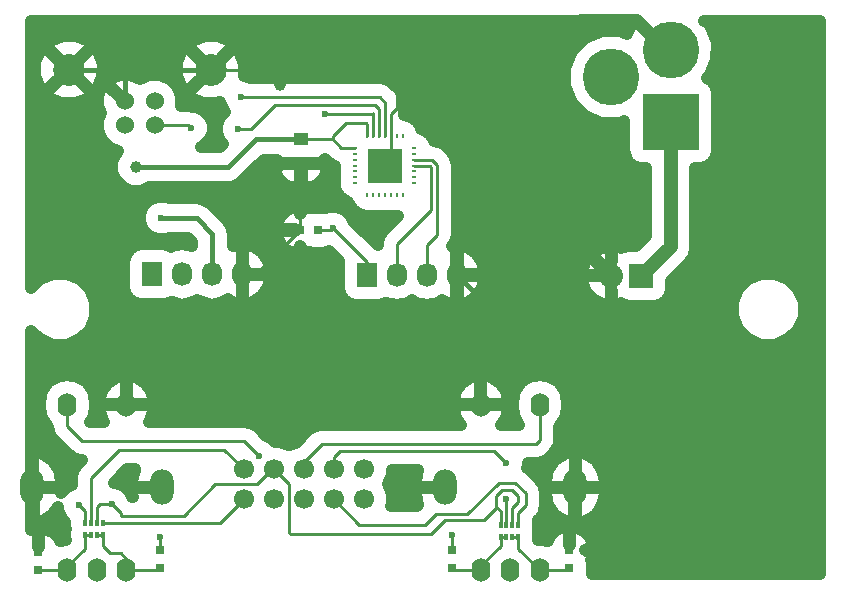
<source format=gbr>
G04 #@! TF.FileFunction,Copper,L1,Top,Signal*
%FSLAX46Y46*%
G04 Gerber Fmt 4.6, Leading zero omitted, Abs format (unit mm)*
G04 Created by KiCad (PCBNEW 4.0.6-e0-6349~53~ubuntu16.04.1) date Sat Jul 15 19:45:57 2017*
%MOMM*%
%LPD*%
G01*
G04 APERTURE LIST*
%ADD10C,0.100000*%
%ADD11O,2.000000X3.000000*%
%ADD12O,1.600000X2.000000*%
%ADD13R,1.250000X1.000000*%
%ADD14R,0.800000X0.750000*%
%ADD15R,0.750000X0.800000*%
%ADD16C,1.524000*%
%ADD17C,2.700020*%
%ADD18R,1.727200X2.032000*%
%ADD19O,1.727200X2.032000*%
%ADD20C,4.800600*%
%ADD21R,4.800600X4.800600*%
%ADD22R,2.032000X2.032000*%
%ADD23O,2.032000X2.032000*%
%ADD24R,0.320000X0.500000*%
%ADD25R,0.250000X0.450000*%
%ADD26R,0.450000X0.250000*%
%ADD27R,2.900000X2.900000*%
%ADD28C,1.700000*%
%ADD29C,1.000000*%
%ADD30C,0.600000*%
%ADD31C,0.400000*%
%ADD32C,0.250000*%
%ADD33C,1.200000*%
%ADD34C,1.000000*%
G04 APERTURE END LIST*
D10*
D11*
X97650000Y-91059000D03*
D12*
X94650000Y-84059000D03*
X94650000Y-98059000D03*
X92150000Y-98059000D03*
X89650000Y-84059000D03*
X89650000Y-98059000D03*
D11*
X86650000Y-91059000D03*
D13*
X74422000Y-61611000D03*
X74422000Y-63611000D03*
D14*
X75870500Y-69278500D03*
X74370500Y-69278500D03*
D15*
X52197000Y-98032000D03*
X52197000Y-96532000D03*
X62484000Y-97905000D03*
X62484000Y-96405000D03*
X87249000Y-97905000D03*
X87249000Y-96405000D03*
X97155000Y-97905000D03*
X97155000Y-96405000D03*
D16*
X62039500Y-60388500D03*
X59499500Y-60388500D03*
X59499500Y-58389520D03*
X62039500Y-58389520D03*
D17*
X66768980Y-55689500D03*
X54770020Y-55689500D03*
D18*
X61849000Y-73025000D03*
D19*
X64389000Y-73025000D03*
X66929000Y-73025000D03*
X69469000Y-73025000D03*
D18*
X80010000Y-73088500D03*
D19*
X82550000Y-73088500D03*
X85090000Y-73088500D03*
X87630000Y-73088500D03*
D20*
X105727500Y-54038500D03*
D21*
X105727500Y-60134500D03*
D20*
X100647500Y-56324500D03*
D22*
X103251000Y-73152000D03*
D23*
X100711000Y-73152000D03*
D24*
X57646000Y-94115000D03*
X56646000Y-94115000D03*
X57146000Y-94115000D03*
X56146000Y-94115000D03*
X57146000Y-95115000D03*
X57646000Y-95115000D03*
X56646000Y-95115000D03*
X56146000Y-95115000D03*
X92825000Y-94242000D03*
X91825000Y-94242000D03*
X92325000Y-94242000D03*
X91325000Y-94242000D03*
X92325000Y-95242000D03*
X92825000Y-95242000D03*
X91825000Y-95242000D03*
X91325000Y-95242000D03*
D25*
X83034000Y-61317500D03*
X82534000Y-61317500D03*
X82034000Y-61317500D03*
X81534000Y-61317500D03*
X81034000Y-61317500D03*
X80534000Y-61317500D03*
X80034000Y-61317500D03*
D26*
X79034000Y-62317500D03*
X79034000Y-62817500D03*
X79034000Y-63317500D03*
X79034000Y-63817500D03*
X79034000Y-64317500D03*
X79034000Y-64817500D03*
X79034000Y-65317500D03*
D25*
X80034000Y-66317500D03*
X80534000Y-66317500D03*
X81034000Y-66317500D03*
X81534000Y-66317500D03*
X82034000Y-66317500D03*
X82534000Y-66317500D03*
X83034000Y-66317500D03*
D26*
X84034000Y-65317500D03*
X84034000Y-64817500D03*
X84034000Y-64317500D03*
X84034000Y-63817500D03*
X84034000Y-63317500D03*
X84034000Y-62817500D03*
X84034000Y-62317500D03*
D27*
X81534000Y-63817500D03*
D11*
X62650000Y-91059000D03*
D12*
X59650000Y-84059000D03*
X59650000Y-98059000D03*
X57150000Y-98059000D03*
X54650000Y-84059000D03*
X54650000Y-98059000D03*
D11*
X51650000Y-91059000D03*
D28*
X69596000Y-89535000D03*
X69596000Y-92075000D03*
X72136000Y-89535000D03*
X72136000Y-92075000D03*
X74676000Y-89535000D03*
X74676000Y-92075000D03*
X77216000Y-89535000D03*
X77216000Y-92075000D03*
X79756000Y-89535000D03*
X79756000Y-92075000D03*
D29*
X60452000Y-63944500D03*
X72644000Y-56959500D03*
X72580500Y-63881000D03*
D30*
X87249000Y-95123000D03*
X62484000Y-95250000D03*
X77152500Y-69088000D03*
X76454000Y-59436000D03*
X58420000Y-92456000D03*
X55626000Y-92583000D03*
X70866000Y-88392000D03*
X91821000Y-89027000D03*
X91821000Y-92075000D03*
X65151000Y-60642500D03*
X69088000Y-60706000D03*
X62611000Y-68262500D03*
X69342000Y-58039000D03*
D31*
X74422000Y-61611000D02*
X70596000Y-61611000D01*
X60325000Y-63944500D02*
X60452000Y-63944500D01*
X68262500Y-63944500D02*
X60325000Y-63944500D01*
X70596000Y-61611000D02*
X68262500Y-63944500D01*
D32*
X80034000Y-61317500D02*
X80034000Y-60285500D01*
X77105000Y-61325000D02*
X77105000Y-61611000D01*
X78232000Y-60198000D02*
X77105000Y-61325000D01*
X79946500Y-60198000D02*
X78232000Y-60198000D01*
X80034000Y-60285500D02*
X79946500Y-60198000D01*
X79034000Y-62317500D02*
X77811500Y-62317500D01*
X77105000Y-61611000D02*
X74422000Y-61611000D01*
X77811500Y-62317500D02*
X77105000Y-61611000D01*
D31*
X89650000Y-84059000D02*
X89650000Y-75108500D01*
X89650000Y-75108500D02*
X87630000Y-73088500D01*
X59944000Y-55689500D02*
X54770020Y-55689500D01*
X59499500Y-58389520D02*
X59499500Y-56007000D01*
X59817000Y-55689500D02*
X59944000Y-55689500D01*
X59944000Y-55689500D02*
X66768980Y-55689500D01*
X59499500Y-56007000D02*
X59817000Y-55689500D01*
X86423500Y-55689500D02*
X94932500Y-55689500D01*
X94932500Y-55689500D02*
X95758000Y-56515000D01*
D33*
X105727500Y-54038500D02*
X105346500Y-54038500D01*
X105346500Y-54038500D02*
X102870000Y-51562000D01*
X95758000Y-53911500D02*
X95758000Y-56515000D01*
X98107500Y-51562000D02*
X95758000Y-53911500D01*
X102870000Y-51562000D02*
X98107500Y-51562000D01*
X95758000Y-56515000D02*
X95758000Y-68199000D01*
X95758000Y-68199000D02*
X100711000Y-73152000D01*
D31*
X74422000Y-63611000D02*
X72850500Y-63611000D01*
X72707500Y-56896000D02*
X72707500Y-55689500D01*
X72644000Y-56959500D02*
X72707500Y-56896000D01*
X72850500Y-63611000D02*
X72580500Y-63881000D01*
X87630000Y-73088500D02*
X87630000Y-56896000D01*
X87630000Y-56896000D02*
X86423500Y-55689500D01*
X86423500Y-55689500D02*
X81407000Y-55689500D01*
D32*
X82034000Y-61317500D02*
X82034000Y-59444000D01*
X81407000Y-55689500D02*
X72707500Y-55689500D01*
X72707500Y-55689500D02*
X66768980Y-55689500D01*
X82550000Y-56832500D02*
X81407000Y-55689500D01*
X82550000Y-58928000D02*
X82550000Y-56832500D01*
X82034000Y-59444000D02*
X82550000Y-58928000D01*
X82034000Y-61317500D02*
X82034000Y-63317500D01*
X82034000Y-63317500D02*
X81534000Y-63817500D01*
X69469000Y-73025000D02*
X70624000Y-73025000D01*
X70624000Y-73025000D02*
X74370500Y-69278500D01*
X74370500Y-69278500D02*
X74370500Y-63662500D01*
X74370500Y-63662500D02*
X74422000Y-63611000D01*
X87249000Y-96405000D02*
X87249000Y-95123000D01*
X97155000Y-96405000D02*
X97155000Y-91554000D01*
X97155000Y-91554000D02*
X97650000Y-91059000D01*
X52197000Y-96532000D02*
X52197000Y-91606000D01*
X52197000Y-91606000D02*
X51650000Y-91059000D01*
X62484000Y-96405000D02*
X62484000Y-95250000D01*
X75870500Y-69278500D02*
X76962000Y-69278500D01*
X76962000Y-69278500D02*
X77152500Y-69088000D01*
X80534000Y-61317500D02*
X80534000Y-59388500D01*
X80010000Y-71945500D02*
X80010000Y-73088500D01*
X77152500Y-69088000D02*
X80010000Y-71945500D01*
X80486500Y-59436000D02*
X76454000Y-59436000D01*
X80534000Y-59388500D02*
X80486500Y-59436000D01*
X52197000Y-98032000D02*
X54623000Y-98032000D01*
X54623000Y-98032000D02*
X54650000Y-98059000D01*
X56146000Y-95115000D02*
X56146000Y-96254000D01*
X56146000Y-96254000D02*
X54650000Y-97750000D01*
X54650000Y-97750000D02*
X54650000Y-98059000D01*
X56646000Y-95115000D02*
X56146000Y-95115000D01*
X59650000Y-98059000D02*
X62330000Y-98059000D01*
X62330000Y-98059000D02*
X62484000Y-97905000D01*
X57646000Y-95115000D02*
X57646000Y-96000000D01*
X59178000Y-96647000D02*
X59650000Y-97119000D01*
X58293000Y-96647000D02*
X59178000Y-96647000D01*
X57646000Y-96000000D02*
X58293000Y-96647000D01*
X59650000Y-97119000D02*
X59650000Y-98059000D01*
X57146000Y-95115000D02*
X57646000Y-95115000D01*
X59650000Y-98059000D02*
X59650000Y-97119000D01*
X89650000Y-98059000D02*
X87403000Y-98059000D01*
X87403000Y-98059000D02*
X87249000Y-97905000D01*
X91325000Y-95242000D02*
X91825000Y-95242000D01*
X89650000Y-98059000D02*
X89650000Y-97675000D01*
X89650000Y-97675000D02*
X91325000Y-96000000D01*
X91325000Y-96000000D02*
X91325000Y-95242000D01*
X94650000Y-98059000D02*
X97001000Y-98059000D01*
X97001000Y-98059000D02*
X97155000Y-97905000D01*
X94650000Y-98059000D02*
X94630000Y-98059000D01*
X94630000Y-98059000D02*
X92825000Y-96254000D01*
X92825000Y-96254000D02*
X92825000Y-95242000D01*
X92325000Y-95242000D02*
X92825000Y-95242000D01*
X72136000Y-89535000D02*
X73406000Y-90805000D01*
X90932000Y-92837000D02*
X90932000Y-92710000D01*
X89916000Y-93853000D02*
X90932000Y-92837000D01*
X86614000Y-93853000D02*
X89916000Y-93853000D01*
X85471000Y-94996000D02*
X86614000Y-93853000D01*
X73533000Y-94996000D02*
X85471000Y-94996000D01*
X73406000Y-94869000D02*
X73533000Y-94996000D01*
X73406000Y-90805000D02*
X73406000Y-94869000D01*
X92325000Y-94242000D02*
X92325000Y-92841000D01*
X92325000Y-92841000D02*
X92837000Y-92329000D01*
X92837000Y-92329000D02*
X92837000Y-91821000D01*
X92837000Y-91821000D02*
X92329000Y-91313000D01*
X92329000Y-91313000D02*
X91440000Y-91313000D01*
X91440000Y-91313000D02*
X90932000Y-91821000D01*
X90932000Y-91821000D02*
X90932000Y-92710000D01*
X91325000Y-93103000D02*
X91325000Y-94242000D01*
X90932000Y-92710000D02*
X91325000Y-93103000D01*
X91313000Y-94230000D02*
X91325000Y-94242000D01*
X57146000Y-94115000D02*
X57146000Y-92714000D01*
X57404000Y-92456000D02*
X58420000Y-92456000D01*
X57146000Y-92714000D02*
X57404000Y-92456000D01*
X56146000Y-94115000D02*
X56146000Y-93103000D01*
X64516000Y-93472000D02*
X59182000Y-93472000D01*
X67183000Y-90805000D02*
X64516000Y-93472000D01*
X70739000Y-90805000D02*
X67183000Y-90805000D01*
X70739000Y-90805000D02*
X72009000Y-89535000D01*
X59182000Y-93218000D02*
X59182000Y-93472000D01*
X58420000Y-92456000D02*
X59182000Y-93218000D01*
X56146000Y-93103000D02*
X55626000Y-92583000D01*
X72136000Y-89535000D02*
X72009000Y-89535000D01*
X56646000Y-94115000D02*
X56646000Y-90293000D01*
X67945000Y-87884000D02*
X69596000Y-89535000D01*
X59055000Y-87884000D02*
X67945000Y-87884000D01*
X56646000Y-90293000D02*
X59055000Y-87884000D01*
X54650000Y-84059000D02*
X54650000Y-85892000D01*
X69596000Y-87122000D02*
X70866000Y-88392000D01*
X55880000Y-87122000D02*
X69596000Y-87122000D01*
X54650000Y-85892000D02*
X55880000Y-87122000D01*
X94650000Y-84059000D02*
X94650000Y-87087000D01*
X76200000Y-87376000D02*
X74676000Y-88900000D01*
X94361000Y-87376000D02*
X76200000Y-87376000D01*
X94650000Y-87087000D02*
X94361000Y-87376000D01*
X74676000Y-88900000D02*
X74676000Y-89535000D01*
X91825000Y-94242000D02*
X91825000Y-92079000D01*
X77216000Y-88519000D02*
X77216000Y-89535000D01*
X77724000Y-88011000D02*
X77216000Y-88519000D01*
X90805000Y-88011000D02*
X77724000Y-88011000D01*
X91821000Y-89027000D02*
X90805000Y-88011000D01*
X91825000Y-92079000D02*
X91821000Y-92075000D01*
X81034000Y-61317500D02*
X81034000Y-58999500D01*
X64897000Y-60388500D02*
X62039500Y-60388500D01*
X65151000Y-60642500D02*
X64897000Y-60388500D01*
X70167500Y-60706000D02*
X69088000Y-60706000D01*
X72199500Y-58674000D02*
X70167500Y-60706000D01*
X80708500Y-58674000D02*
X72199500Y-58674000D01*
X81034000Y-58999500D02*
X80708500Y-58674000D01*
D31*
X66929000Y-73025000D02*
X66929000Y-69596000D01*
X65595500Y-68262500D02*
X62611000Y-68262500D01*
X66929000Y-69596000D02*
X65595500Y-68262500D01*
D32*
X81534000Y-61317500D02*
X81534000Y-58483500D01*
X81089500Y-58039000D02*
X69342000Y-58039000D01*
X81534000Y-58483500D02*
X81089500Y-58039000D01*
D33*
X105727500Y-60134500D02*
X105727500Y-70675500D01*
X105727500Y-70675500D02*
X103251000Y-73152000D01*
D32*
X57646000Y-94115000D02*
X67556000Y-94115000D01*
X67556000Y-94115000D02*
X69596000Y-92075000D01*
X92825000Y-94242000D02*
X92825000Y-93230000D01*
X79375000Y-94234000D02*
X77216000Y-92075000D01*
X84963000Y-94234000D02*
X79375000Y-94234000D01*
X85852000Y-93345000D02*
X84963000Y-94234000D01*
X88519000Y-93345000D02*
X85852000Y-93345000D01*
X91186000Y-90678000D02*
X88519000Y-93345000D01*
X92583000Y-90678000D02*
X91186000Y-90678000D01*
X93472000Y-91567000D02*
X92583000Y-90678000D01*
X93472000Y-92583000D02*
X93472000Y-91567000D01*
X92825000Y-93230000D02*
X93472000Y-92583000D01*
X84034000Y-63817500D02*
X85344000Y-63817500D01*
X82550000Y-70485000D02*
X82550000Y-73088500D01*
X85471000Y-67564000D02*
X82550000Y-70485000D01*
X85471000Y-63944500D02*
X85471000Y-67564000D01*
X85344000Y-63817500D02*
X85471000Y-63944500D01*
X84034000Y-63317500D02*
X85542500Y-63317500D01*
X85090000Y-70548500D02*
X85090000Y-73088500D01*
X85979000Y-69659500D02*
X85090000Y-70548500D01*
X85979000Y-63754000D02*
X85979000Y-69659500D01*
X85542500Y-63317500D02*
X85979000Y-63754000D01*
D34*
G36*
X102481138Y-51741684D02*
X102059407Y-52687593D01*
X101426721Y-52424879D01*
X99875086Y-52423525D01*
X98441044Y-53016059D01*
X97342915Y-54112273D01*
X96747879Y-55545279D01*
X96746525Y-57096914D01*
X97339059Y-58530956D01*
X98435273Y-59629085D01*
X99868279Y-60224121D01*
X101419914Y-60225475D01*
X101797814Y-60069330D01*
X101797814Y-62534800D01*
X101902407Y-63090667D01*
X102230924Y-63601196D01*
X102732183Y-63943692D01*
X103327200Y-64064186D01*
X103627500Y-64064186D01*
X103627500Y-69805652D01*
X102826538Y-70606614D01*
X102235000Y-70606614D01*
X101679133Y-70711207D01*
X101521007Y-70812959D01*
X101249613Y-70694326D01*
X101153896Y-70675289D01*
X100761000Y-71011584D01*
X100761000Y-71862496D01*
X100705614Y-72136000D01*
X100705614Y-74168000D01*
X100761000Y-74462353D01*
X100761000Y-75292416D01*
X101153896Y-75628711D01*
X101249613Y-75609674D01*
X101516939Y-75492819D01*
X101639983Y-75576892D01*
X102235000Y-75697386D01*
X104267000Y-75697386D01*
X104822867Y-75592793D01*
X105333396Y-75264276D01*
X105675892Y-74763017D01*
X105796386Y-74168000D01*
X105796386Y-73576462D01*
X107212424Y-72160424D01*
X107667647Y-71479135D01*
X107827500Y-70675500D01*
X107827500Y-64064186D01*
X108127800Y-64064186D01*
X108683667Y-63959593D01*
X109194196Y-63631076D01*
X109536692Y-63129817D01*
X109657186Y-62534800D01*
X109657186Y-57734200D01*
X109552593Y-57178333D01*
X109224076Y-56667804D01*
X108813287Y-56387123D01*
X108973862Y-56335316D01*
X109605701Y-54918153D01*
X109647119Y-53367070D01*
X109091811Y-51918206D01*
X108973862Y-51741684D01*
X108534717Y-51600000D01*
X118400000Y-51600000D01*
X118400000Y-98400000D01*
X99040148Y-98400000D01*
X99059386Y-98305000D01*
X99059386Y-97505000D01*
X98998241Y-97180041D01*
X99030000Y-97103369D01*
X99030000Y-96830000D01*
X98655000Y-96455000D01*
X98636827Y-96455000D01*
X98626276Y-96438604D01*
X98503918Y-96355000D01*
X98655000Y-96355000D01*
X99030000Y-95980000D01*
X99030000Y-95706631D01*
X98801638Y-95155318D01*
X98379681Y-94733361D01*
X97828368Y-94505000D01*
X97580000Y-94505000D01*
X97205000Y-94880000D01*
X97205000Y-95975614D01*
X97105000Y-95975614D01*
X97105000Y-94880000D01*
X96730000Y-94505000D01*
X96481632Y-94505000D01*
X95930319Y-94733361D01*
X95508362Y-95155318D01*
X95307283Y-95640764D01*
X94650000Y-95510022D01*
X94504891Y-95538886D01*
X94514386Y-95492000D01*
X94514386Y-94992000D01*
X94465618Y-94732821D01*
X94514386Y-94492000D01*
X94514386Y-93992000D01*
X94490111Y-93862987D01*
X94621046Y-93732051D01*
X94621049Y-93732049D01*
X94973304Y-93204861D01*
X95020011Y-92970049D01*
X95097001Y-92583000D01*
X95097000Y-92582995D01*
X95097000Y-91567005D01*
X95097001Y-91567000D01*
X95005899Y-91109000D01*
X95150000Y-91109000D01*
X95150000Y-91609000D01*
X95359435Y-92561903D01*
X95917588Y-93362123D01*
X96739485Y-93887834D01*
X97209608Y-94019905D01*
X97600000Y-93683412D01*
X97600000Y-91109000D01*
X97700000Y-91109000D01*
X97700000Y-93683412D01*
X98090392Y-94019905D01*
X98560515Y-93887834D01*
X99382412Y-93362123D01*
X99940565Y-92561903D01*
X100150000Y-91609000D01*
X100150000Y-91109000D01*
X97700000Y-91109000D01*
X97600000Y-91109000D01*
X95150000Y-91109000D01*
X95005899Y-91109000D01*
X94973304Y-90945140D01*
X94973304Y-90945139D01*
X94681886Y-90509000D01*
X95150000Y-90509000D01*
X95150000Y-91009000D01*
X97600000Y-91009000D01*
X97600000Y-88434588D01*
X97700000Y-88434588D01*
X97700000Y-91009000D01*
X100150000Y-91009000D01*
X100150000Y-90509000D01*
X99940565Y-89556097D01*
X99382412Y-88755877D01*
X98560515Y-88230166D01*
X98090392Y-88098095D01*
X97700000Y-88434588D01*
X97600000Y-88434588D01*
X97209608Y-88098095D01*
X96739485Y-88230166D01*
X95917588Y-88755877D01*
X95359435Y-89556097D01*
X95150000Y-90509000D01*
X94681886Y-90509000D01*
X94621049Y-90417951D01*
X94621046Y-90417949D01*
X93732049Y-89528951D01*
X93598607Y-89439788D01*
X93620687Y-89386613D01*
X93621024Y-89001000D01*
X94360995Y-89001000D01*
X94361000Y-89001001D01*
X94879687Y-88897827D01*
X94982861Y-88877304D01*
X95510049Y-88525049D01*
X95799046Y-88236051D01*
X95799049Y-88236049D01*
X96110359Y-87770140D01*
X96151305Y-87708860D01*
X96275001Y-87087000D01*
X96275000Y-87086995D01*
X96275000Y-85935223D01*
X96276346Y-85934324D01*
X96774923Y-85188150D01*
X96950000Y-84307978D01*
X96950000Y-83810022D01*
X96774923Y-82929850D01*
X96276346Y-82183676D01*
X95530172Y-81685099D01*
X94650000Y-81510022D01*
X93769828Y-81685099D01*
X93023654Y-82183676D01*
X92525077Y-82929850D01*
X92350000Y-83810022D01*
X92350000Y-84307978D01*
X92525077Y-85188150D01*
X92901161Y-85751000D01*
X91359796Y-85751000D01*
X91755789Y-85185366D01*
X91950000Y-84309000D01*
X91950000Y-84109000D01*
X89700000Y-84109000D01*
X89700000Y-84129000D01*
X89600000Y-84129000D01*
X89600000Y-84109000D01*
X87350000Y-84109000D01*
X87350000Y-84309000D01*
X87544211Y-85185366D01*
X87940204Y-85751000D01*
X76200000Y-85751000D01*
X75578139Y-85874696D01*
X75050951Y-86226951D01*
X75050949Y-86226954D01*
X74010716Y-87267186D01*
X73405084Y-87517428D01*
X72605495Y-87185409D01*
X72204529Y-87185059D01*
X71886949Y-86866924D01*
X71462970Y-86690872D01*
X70745049Y-85972951D01*
X70623897Y-85892000D01*
X70217861Y-85620696D01*
X70114687Y-85600173D01*
X69596000Y-85496999D01*
X69595995Y-85497000D01*
X61537618Y-85497000D01*
X61755789Y-85185366D01*
X61950000Y-84309000D01*
X61950000Y-84109000D01*
X59700000Y-84109000D01*
X59700000Y-84129000D01*
X59600000Y-84129000D01*
X59600000Y-84109000D01*
X57350000Y-84109000D01*
X57350000Y-84309000D01*
X57544211Y-85185366D01*
X57762382Y-85497000D01*
X56568556Y-85497000D01*
X56774923Y-85188150D01*
X56950000Y-84307978D01*
X56950000Y-83810022D01*
X56949797Y-83809000D01*
X57350000Y-83809000D01*
X57350000Y-84009000D01*
X59600000Y-84009000D01*
X59600000Y-81934649D01*
X59700000Y-81934649D01*
X59700000Y-84009000D01*
X61950000Y-84009000D01*
X61950000Y-83809000D01*
X87350000Y-83809000D01*
X87350000Y-84009000D01*
X89600000Y-84009000D01*
X89600000Y-81934649D01*
X89700000Y-81934649D01*
X89700000Y-84009000D01*
X91950000Y-84009000D01*
X91950000Y-83809000D01*
X91755789Y-82932634D01*
X91240990Y-82197299D01*
X90483978Y-81714943D01*
X90059099Y-81595676D01*
X89700000Y-81934649D01*
X89600000Y-81934649D01*
X89240901Y-81595676D01*
X88816022Y-81714943D01*
X88059010Y-82197299D01*
X87544211Y-82932634D01*
X87350000Y-83809000D01*
X61950000Y-83809000D01*
X61755789Y-82932634D01*
X61240990Y-82197299D01*
X60483978Y-81714943D01*
X60059099Y-81595676D01*
X59700000Y-81934649D01*
X59600000Y-81934649D01*
X59240901Y-81595676D01*
X58816022Y-81714943D01*
X58059010Y-82197299D01*
X57544211Y-82932634D01*
X57350000Y-83809000D01*
X56949797Y-83809000D01*
X56774923Y-82929850D01*
X56276346Y-82183676D01*
X55530172Y-81685099D01*
X54650000Y-81510022D01*
X53769828Y-81685099D01*
X53023654Y-82183676D01*
X52525077Y-82929850D01*
X52350000Y-83810022D01*
X52350000Y-84307978D01*
X52525077Y-85188150D01*
X53023654Y-85934324D01*
X53034914Y-85941848D01*
X53098001Y-86259000D01*
X53148696Y-86513861D01*
X53383416Y-86865145D01*
X53500951Y-87041049D01*
X54730949Y-88271046D01*
X54730951Y-88271049D01*
X54931633Y-88405140D01*
X55258140Y-88623305D01*
X55880000Y-88747001D01*
X55880005Y-88747000D01*
X55893902Y-88747000D01*
X55496951Y-89143951D01*
X55144696Y-89671139D01*
X55144696Y-89671140D01*
X55020999Y-90293000D01*
X55021000Y-90293005D01*
X55021000Y-90885378D01*
X54607714Y-91056145D01*
X54150000Y-91513061D01*
X54150000Y-91109000D01*
X51700000Y-91109000D01*
X51700000Y-93683412D01*
X52090392Y-94019905D01*
X52560515Y-93887834D01*
X53382412Y-93362123D01*
X53825874Y-92726335D01*
X53825688Y-92939471D01*
X54099145Y-93601286D01*
X54456614Y-93959380D01*
X54456614Y-94365000D01*
X54505382Y-94624179D01*
X54456614Y-94865000D01*
X54456614Y-95365000D01*
X54489894Y-95541869D01*
X53992158Y-95640875D01*
X53843638Y-95282318D01*
X53421681Y-94860361D01*
X52870368Y-94632000D01*
X52622000Y-94632000D01*
X52247000Y-95007000D01*
X52247000Y-96102614D01*
X52147000Y-96102614D01*
X52147000Y-95007000D01*
X51772000Y-94632000D01*
X51600000Y-94632000D01*
X51600000Y-88434588D01*
X51700000Y-88434588D01*
X51700000Y-91009000D01*
X54150000Y-91009000D01*
X54150000Y-90509000D01*
X53940565Y-89556097D01*
X53382412Y-88755877D01*
X52560515Y-88230166D01*
X52090392Y-88098095D01*
X51700000Y-88434588D01*
X51600000Y-88434588D01*
X51600000Y-77842155D01*
X52298418Y-78541793D01*
X53400645Y-78999478D01*
X54594119Y-79000519D01*
X55697143Y-78544759D01*
X56541793Y-77701582D01*
X56999478Y-76599355D01*
X56999482Y-76594119D01*
X110999481Y-76594119D01*
X111455241Y-77697143D01*
X112298418Y-78541793D01*
X113400645Y-78999478D01*
X114594119Y-79000519D01*
X115697143Y-78544759D01*
X116541793Y-77701582D01*
X116999478Y-76599355D01*
X117000519Y-75405881D01*
X116544759Y-74302857D01*
X115701582Y-73458207D01*
X114599355Y-73000522D01*
X113405881Y-72999481D01*
X112302857Y-73455241D01*
X111458207Y-74298418D01*
X111000522Y-75400645D01*
X110999481Y-76594119D01*
X56999482Y-76594119D01*
X57000519Y-75405881D01*
X56544759Y-74302857D01*
X55701582Y-73458207D01*
X54599355Y-73000522D01*
X53405881Y-72999481D01*
X52302857Y-73455241D01*
X51600000Y-74156872D01*
X51600000Y-72009000D01*
X59456014Y-72009000D01*
X59456014Y-74041000D01*
X59560607Y-74596867D01*
X59889124Y-75107396D01*
X60390383Y-75449892D01*
X60985400Y-75570386D01*
X62712600Y-75570386D01*
X63268467Y-75465793D01*
X63420763Y-75367793D01*
X63484489Y-75410373D01*
X64389000Y-75590291D01*
X65293511Y-75410373D01*
X65659000Y-75166161D01*
X66024489Y-75410373D01*
X66929000Y-75590291D01*
X67833511Y-75410373D01*
X68236209Y-75141299D01*
X68610684Y-75380216D01*
X69049950Y-75503556D01*
X69419000Y-75165371D01*
X69419000Y-73075000D01*
X69519000Y-73075000D01*
X69519000Y-75165371D01*
X69888050Y-75503556D01*
X70327316Y-75380216D01*
X71104962Y-74884073D01*
X71633547Y-74128105D01*
X71832600Y-73227400D01*
X71832600Y-73075000D01*
X69519000Y-73075000D01*
X69419000Y-73075000D01*
X69399000Y-73075000D01*
X69399000Y-72975000D01*
X69419000Y-72975000D01*
X69419000Y-70884629D01*
X69519000Y-70884629D01*
X69519000Y-72975000D01*
X71832600Y-72975000D01*
X71832600Y-72822600D01*
X71633547Y-71921895D01*
X71104962Y-71165927D01*
X70327316Y-70669784D01*
X69888050Y-70546444D01*
X69519000Y-70884629D01*
X69419000Y-70884629D01*
X69049950Y-70546444D01*
X68629000Y-70664641D01*
X68629000Y-69596005D01*
X68629001Y-69596000D01*
X68499595Y-68945439D01*
X68499595Y-68945438D01*
X68131082Y-68393918D01*
X68131079Y-68393916D01*
X66797582Y-67060418D01*
X66246062Y-66691905D01*
X65595500Y-66562499D01*
X65595495Y-66562500D01*
X63210686Y-66562500D01*
X62970613Y-66462813D01*
X62254529Y-66462188D01*
X61592714Y-66735645D01*
X61085924Y-67241551D01*
X60811313Y-67902887D01*
X60810688Y-68618971D01*
X61084145Y-69280786D01*
X61590051Y-69787576D01*
X62251387Y-70062187D01*
X62967471Y-70062812D01*
X63210244Y-69962500D01*
X64891336Y-69962500D01*
X65229000Y-70300163D01*
X65229000Y-70626795D01*
X64389000Y-70459709D01*
X63484489Y-70639627D01*
X63424307Y-70679839D01*
X63307617Y-70600108D01*
X62712600Y-70479614D01*
X60985400Y-70479614D01*
X60429533Y-70584207D01*
X59919004Y-70912724D01*
X59576508Y-71413983D01*
X59456014Y-72009000D01*
X51600000Y-72009000D01*
X51600000Y-58799607D01*
X57229938Y-58799607D01*
X57463599Y-59393027D01*
X57237894Y-59936586D01*
X57237108Y-60836466D01*
X57580752Y-61668146D01*
X58216507Y-62305012D01*
X58955896Y-62612033D01*
X58757471Y-62810112D01*
X58452348Y-63544930D01*
X58451654Y-64340579D01*
X58755494Y-65075929D01*
X59317612Y-65639029D01*
X60052430Y-65944152D01*
X60848079Y-65944846D01*
X61574973Y-65644500D01*
X68262495Y-65644500D01*
X68262500Y-65644501D01*
X68913062Y-65515095D01*
X69464582Y-65146582D01*
X70575163Y-64036000D01*
X72297000Y-64036000D01*
X72297000Y-64409369D01*
X72525362Y-64960682D01*
X72947319Y-65382639D01*
X73498632Y-65611000D01*
X73997000Y-65611000D01*
X74372000Y-65236000D01*
X74372000Y-63661000D01*
X74472000Y-63661000D01*
X74472000Y-65236000D01*
X74847000Y-65611000D01*
X75345368Y-65611000D01*
X75896681Y-65382639D01*
X76318638Y-64960682D01*
X76547000Y-64409369D01*
X76547000Y-64036000D01*
X76172000Y-63661000D01*
X74472000Y-63661000D01*
X74372000Y-63661000D01*
X72672000Y-63661000D01*
X72297000Y-64036000D01*
X70575163Y-64036000D01*
X71300163Y-63311000D01*
X72422000Y-63311000D01*
X72672000Y-63561000D01*
X73404980Y-63561000D01*
X73797000Y-63640386D01*
X75047000Y-63640386D01*
X75468903Y-63561000D01*
X76172000Y-63561000D01*
X76464451Y-63268549D01*
X76662449Y-63466546D01*
X76662451Y-63466549D01*
X77189639Y-63818804D01*
X77279614Y-63836701D01*
X77279614Y-63942500D01*
X77303998Y-64072089D01*
X77279614Y-64192500D01*
X77279614Y-64442500D01*
X77303998Y-64572089D01*
X77279614Y-64692500D01*
X77279614Y-64942500D01*
X77303998Y-65072089D01*
X77279614Y-65192500D01*
X77279614Y-65442500D01*
X77384207Y-65998367D01*
X77712724Y-66508896D01*
X78213983Y-66851392D01*
X78446599Y-66898498D01*
X78484207Y-67098367D01*
X78812724Y-67608896D01*
X79313983Y-67951392D01*
X79909000Y-68071886D01*
X80159000Y-68071886D01*
X80288589Y-68047502D01*
X80409000Y-68071886D01*
X80659000Y-68071886D01*
X80788589Y-68047502D01*
X80909000Y-68071886D01*
X81159000Y-68071886D01*
X81288589Y-68047502D01*
X81409000Y-68071886D01*
X81659000Y-68071886D01*
X81788589Y-68047502D01*
X81909000Y-68071886D01*
X82159000Y-68071886D01*
X82288589Y-68047502D01*
X82409000Y-68071886D01*
X82659000Y-68071886D01*
X82666411Y-68070492D01*
X81400951Y-69335951D01*
X81048696Y-69863139D01*
X81048696Y-69863140D01*
X80924999Y-70485000D01*
X80925000Y-70485005D01*
X80925000Y-70553523D01*
X80913865Y-70551268D01*
X78853307Y-68490709D01*
X78679355Y-68069714D01*
X78173449Y-67562924D01*
X77512113Y-67288313D01*
X76796029Y-67287688D01*
X76482810Y-67417108D01*
X76270500Y-67374114D01*
X75470500Y-67374114D01*
X75145541Y-67435259D01*
X75068869Y-67403500D01*
X74795500Y-67403500D01*
X74420500Y-67778500D01*
X74420500Y-67796673D01*
X74404104Y-67807224D01*
X74320500Y-67929582D01*
X74320500Y-67778500D01*
X73945500Y-67403500D01*
X73672131Y-67403500D01*
X73120818Y-67631862D01*
X72698861Y-68053819D01*
X72470500Y-68605132D01*
X72470500Y-68853500D01*
X72845500Y-69228500D01*
X73941114Y-69228500D01*
X73941114Y-69328500D01*
X72845500Y-69328500D01*
X72470500Y-69703500D01*
X72470500Y-69951868D01*
X72698861Y-70503181D01*
X73120818Y-70925138D01*
X73672131Y-71153500D01*
X73945500Y-71153500D01*
X74320500Y-70778500D01*
X74320500Y-70636407D01*
X74374224Y-70719896D01*
X74420500Y-70751515D01*
X74420500Y-70778500D01*
X74795500Y-71153500D01*
X75068869Y-71153500D01*
X75153099Y-71118611D01*
X75470500Y-71182886D01*
X76270500Y-71182886D01*
X76826367Y-71078293D01*
X76837519Y-71071117D01*
X77654381Y-71887978D01*
X77617014Y-72072500D01*
X77617014Y-74104500D01*
X77721607Y-74660367D01*
X78050124Y-75170896D01*
X78551383Y-75513392D01*
X79146400Y-75633886D01*
X80873600Y-75633886D01*
X81429467Y-75529293D01*
X81581763Y-75431293D01*
X81645489Y-75473873D01*
X82550000Y-75653791D01*
X83454511Y-75473873D01*
X83820000Y-75229661D01*
X84185489Y-75473873D01*
X85090000Y-75653791D01*
X85994511Y-75473873D01*
X86397209Y-75204799D01*
X86771684Y-75443716D01*
X87210950Y-75567056D01*
X87580000Y-75228871D01*
X87580000Y-73138500D01*
X87680000Y-73138500D01*
X87680000Y-75228871D01*
X88049050Y-75567056D01*
X88488316Y-75443716D01*
X89265962Y-74947573D01*
X89794547Y-74191605D01*
X89926417Y-73594896D01*
X98234287Y-73594896D01*
X98592305Y-74508980D01*
X99272875Y-75216476D01*
X100172387Y-75609674D01*
X100268104Y-75628711D01*
X100661000Y-75292416D01*
X100661000Y-73202000D01*
X98570495Y-73202000D01*
X98234287Y-73594896D01*
X89926417Y-73594896D01*
X89993600Y-73290900D01*
X89993600Y-73138500D01*
X87680000Y-73138500D01*
X87580000Y-73138500D01*
X87560000Y-73138500D01*
X87560000Y-73038500D01*
X87580000Y-73038500D01*
X87580000Y-70948129D01*
X87680000Y-70948129D01*
X87680000Y-73038500D01*
X89993600Y-73038500D01*
X89993600Y-72886100D01*
X89954485Y-72709104D01*
X98234287Y-72709104D01*
X98570495Y-73102000D01*
X100661000Y-73102000D01*
X100661000Y-71011584D01*
X100268104Y-70675289D01*
X100172387Y-70694326D01*
X99272875Y-71087524D01*
X98592305Y-71795020D01*
X98234287Y-72709104D01*
X89954485Y-72709104D01*
X89794547Y-71985395D01*
X89265962Y-71229427D01*
X88488316Y-70733284D01*
X88049050Y-70609944D01*
X87680000Y-70948129D01*
X87580000Y-70948129D01*
X87241839Y-70638250D01*
X87480304Y-70281361D01*
X87523776Y-70062812D01*
X87604001Y-69659500D01*
X87604000Y-69659495D01*
X87604000Y-63754005D01*
X87604001Y-63754000D01*
X87492935Y-63195639D01*
X87480304Y-63132139D01*
X87128049Y-62604951D01*
X87128046Y-62604949D01*
X86691549Y-62168451D01*
X86605567Y-62111000D01*
X86164361Y-61816196D01*
X86016603Y-61786805D01*
X85700208Y-61723869D01*
X85683793Y-61636633D01*
X85355276Y-61126104D01*
X84854017Y-60783608D01*
X84621401Y-60736502D01*
X84583793Y-60536633D01*
X84255276Y-60026104D01*
X83754017Y-59683608D01*
X83159000Y-59563114D01*
X83159000Y-58483505D01*
X83159001Y-58483500D01*
X83049836Y-57934696D01*
X83035304Y-57861639D01*
X82683049Y-57334451D01*
X82683046Y-57334449D01*
X82238549Y-56889951D01*
X82191479Y-56858500D01*
X81711361Y-56537696D01*
X81582908Y-56512145D01*
X81089500Y-56413999D01*
X81089495Y-56414000D01*
X70122306Y-56414000D01*
X69701613Y-56239313D01*
X69607554Y-56239231D01*
X69630803Y-55185609D01*
X69220129Y-54128794D01*
X69148899Y-54022190D01*
X68593564Y-53935627D01*
X66839691Y-55689500D01*
X66853833Y-55703642D01*
X66783122Y-55774353D01*
X66768980Y-55760211D01*
X65015107Y-57514084D01*
X65101670Y-58069419D01*
X66139342Y-58526311D01*
X67272871Y-58551323D01*
X67559985Y-58439752D01*
X67815145Y-59057286D01*
X68003137Y-59245606D01*
X67562924Y-59685051D01*
X67288313Y-60346387D01*
X67287688Y-61062471D01*
X67561145Y-61724286D01*
X67819622Y-61983214D01*
X67558336Y-62244500D01*
X65987422Y-62244500D01*
X66169286Y-62169355D01*
X66676076Y-61663449D01*
X66950687Y-61002113D01*
X66951312Y-60286029D01*
X66677855Y-59624214D01*
X66171949Y-59117424D01*
X65510613Y-58842813D01*
X65294787Y-58842625D01*
X64897000Y-58763499D01*
X64896995Y-58763500D01*
X64301174Y-58763500D01*
X64301892Y-57941554D01*
X63958248Y-57109874D01*
X63322493Y-56473008D01*
X62649101Y-56193391D01*
X63907157Y-56193391D01*
X64317831Y-57250206D01*
X64389061Y-57356810D01*
X64944396Y-57443373D01*
X66698269Y-55689500D01*
X64944396Y-53935627D01*
X64389061Y-54022190D01*
X63932169Y-55059862D01*
X63907157Y-56193391D01*
X62649101Y-56193391D01*
X62491414Y-56127914D01*
X61591534Y-56127128D01*
X60759854Y-56470772D01*
X60759683Y-56470943D01*
X59989153Y-56135784D01*
X59089413Y-56119958D01*
X58252105Y-56449651D01*
X58184652Y-56494721D01*
X58169667Y-56988976D01*
X59307022Y-58126331D01*
X59165477Y-58126208D01*
X58098956Y-57059687D01*
X57604701Y-57074672D01*
X57245764Y-57899867D01*
X57229938Y-58799607D01*
X51600000Y-58799607D01*
X51600000Y-57514084D01*
X53016147Y-57514084D01*
X53102710Y-58069419D01*
X54140382Y-58526311D01*
X55273911Y-58551323D01*
X56330726Y-58140649D01*
X56437330Y-58069419D01*
X56523893Y-57514084D01*
X54770020Y-55760211D01*
X53016147Y-57514084D01*
X51600000Y-57514084D01*
X51600000Y-56193391D01*
X51908197Y-56193391D01*
X52318871Y-57250206D01*
X52390101Y-57356810D01*
X52945436Y-57443373D01*
X54699309Y-55689500D01*
X54840731Y-55689500D01*
X56594604Y-57443373D01*
X57149939Y-57356810D01*
X57606831Y-56319138D01*
X57631843Y-55185609D01*
X57221169Y-54128794D01*
X57149939Y-54022190D01*
X56594604Y-53935627D01*
X54840731Y-55689500D01*
X54699309Y-55689500D01*
X52945436Y-53935627D01*
X52390101Y-54022190D01*
X51933209Y-55059862D01*
X51908197Y-56193391D01*
X51600000Y-56193391D01*
X51600000Y-53864916D01*
X53016147Y-53864916D01*
X54770020Y-55618789D01*
X56523893Y-53864916D01*
X65015107Y-53864916D01*
X66768980Y-55618789D01*
X68522853Y-53864916D01*
X68436290Y-53309581D01*
X67398618Y-52852689D01*
X66265089Y-52827677D01*
X65208274Y-53238351D01*
X65101670Y-53309581D01*
X65015107Y-53864916D01*
X56523893Y-53864916D01*
X56437330Y-53309581D01*
X55399658Y-52852689D01*
X54266129Y-52827677D01*
X53209314Y-53238351D01*
X53102710Y-53309581D01*
X53016147Y-53864916D01*
X51600000Y-53864916D01*
X51600000Y-51600000D01*
X102920283Y-51600000D01*
X102481138Y-51741684D01*
X102481138Y-51741684D01*
G37*
X102481138Y-51741684D02*
X102059407Y-52687593D01*
X101426721Y-52424879D01*
X99875086Y-52423525D01*
X98441044Y-53016059D01*
X97342915Y-54112273D01*
X96747879Y-55545279D01*
X96746525Y-57096914D01*
X97339059Y-58530956D01*
X98435273Y-59629085D01*
X99868279Y-60224121D01*
X101419914Y-60225475D01*
X101797814Y-60069330D01*
X101797814Y-62534800D01*
X101902407Y-63090667D01*
X102230924Y-63601196D01*
X102732183Y-63943692D01*
X103327200Y-64064186D01*
X103627500Y-64064186D01*
X103627500Y-69805652D01*
X102826538Y-70606614D01*
X102235000Y-70606614D01*
X101679133Y-70711207D01*
X101521007Y-70812959D01*
X101249613Y-70694326D01*
X101153896Y-70675289D01*
X100761000Y-71011584D01*
X100761000Y-71862496D01*
X100705614Y-72136000D01*
X100705614Y-74168000D01*
X100761000Y-74462353D01*
X100761000Y-75292416D01*
X101153896Y-75628711D01*
X101249613Y-75609674D01*
X101516939Y-75492819D01*
X101639983Y-75576892D01*
X102235000Y-75697386D01*
X104267000Y-75697386D01*
X104822867Y-75592793D01*
X105333396Y-75264276D01*
X105675892Y-74763017D01*
X105796386Y-74168000D01*
X105796386Y-73576462D01*
X107212424Y-72160424D01*
X107667647Y-71479135D01*
X107827500Y-70675500D01*
X107827500Y-64064186D01*
X108127800Y-64064186D01*
X108683667Y-63959593D01*
X109194196Y-63631076D01*
X109536692Y-63129817D01*
X109657186Y-62534800D01*
X109657186Y-57734200D01*
X109552593Y-57178333D01*
X109224076Y-56667804D01*
X108813287Y-56387123D01*
X108973862Y-56335316D01*
X109605701Y-54918153D01*
X109647119Y-53367070D01*
X109091811Y-51918206D01*
X108973862Y-51741684D01*
X108534717Y-51600000D01*
X118400000Y-51600000D01*
X118400000Y-98400000D01*
X99040148Y-98400000D01*
X99059386Y-98305000D01*
X99059386Y-97505000D01*
X98998241Y-97180041D01*
X99030000Y-97103369D01*
X99030000Y-96830000D01*
X98655000Y-96455000D01*
X98636827Y-96455000D01*
X98626276Y-96438604D01*
X98503918Y-96355000D01*
X98655000Y-96355000D01*
X99030000Y-95980000D01*
X99030000Y-95706631D01*
X98801638Y-95155318D01*
X98379681Y-94733361D01*
X97828368Y-94505000D01*
X97580000Y-94505000D01*
X97205000Y-94880000D01*
X97205000Y-95975614D01*
X97105000Y-95975614D01*
X97105000Y-94880000D01*
X96730000Y-94505000D01*
X96481632Y-94505000D01*
X95930319Y-94733361D01*
X95508362Y-95155318D01*
X95307283Y-95640764D01*
X94650000Y-95510022D01*
X94504891Y-95538886D01*
X94514386Y-95492000D01*
X94514386Y-94992000D01*
X94465618Y-94732821D01*
X94514386Y-94492000D01*
X94514386Y-93992000D01*
X94490111Y-93862987D01*
X94621046Y-93732051D01*
X94621049Y-93732049D01*
X94973304Y-93204861D01*
X95020011Y-92970049D01*
X95097001Y-92583000D01*
X95097000Y-92582995D01*
X95097000Y-91567005D01*
X95097001Y-91567000D01*
X95005899Y-91109000D01*
X95150000Y-91109000D01*
X95150000Y-91609000D01*
X95359435Y-92561903D01*
X95917588Y-93362123D01*
X96739485Y-93887834D01*
X97209608Y-94019905D01*
X97600000Y-93683412D01*
X97600000Y-91109000D01*
X97700000Y-91109000D01*
X97700000Y-93683412D01*
X98090392Y-94019905D01*
X98560515Y-93887834D01*
X99382412Y-93362123D01*
X99940565Y-92561903D01*
X100150000Y-91609000D01*
X100150000Y-91109000D01*
X97700000Y-91109000D01*
X97600000Y-91109000D01*
X95150000Y-91109000D01*
X95005899Y-91109000D01*
X94973304Y-90945140D01*
X94973304Y-90945139D01*
X94681886Y-90509000D01*
X95150000Y-90509000D01*
X95150000Y-91009000D01*
X97600000Y-91009000D01*
X97600000Y-88434588D01*
X97700000Y-88434588D01*
X97700000Y-91009000D01*
X100150000Y-91009000D01*
X100150000Y-90509000D01*
X99940565Y-89556097D01*
X99382412Y-88755877D01*
X98560515Y-88230166D01*
X98090392Y-88098095D01*
X97700000Y-88434588D01*
X97600000Y-88434588D01*
X97209608Y-88098095D01*
X96739485Y-88230166D01*
X95917588Y-88755877D01*
X95359435Y-89556097D01*
X95150000Y-90509000D01*
X94681886Y-90509000D01*
X94621049Y-90417951D01*
X94621046Y-90417949D01*
X93732049Y-89528951D01*
X93598607Y-89439788D01*
X93620687Y-89386613D01*
X93621024Y-89001000D01*
X94360995Y-89001000D01*
X94361000Y-89001001D01*
X94879687Y-88897827D01*
X94982861Y-88877304D01*
X95510049Y-88525049D01*
X95799046Y-88236051D01*
X95799049Y-88236049D01*
X96110359Y-87770140D01*
X96151305Y-87708860D01*
X96275001Y-87087000D01*
X96275000Y-87086995D01*
X96275000Y-85935223D01*
X96276346Y-85934324D01*
X96774923Y-85188150D01*
X96950000Y-84307978D01*
X96950000Y-83810022D01*
X96774923Y-82929850D01*
X96276346Y-82183676D01*
X95530172Y-81685099D01*
X94650000Y-81510022D01*
X93769828Y-81685099D01*
X93023654Y-82183676D01*
X92525077Y-82929850D01*
X92350000Y-83810022D01*
X92350000Y-84307978D01*
X92525077Y-85188150D01*
X92901161Y-85751000D01*
X91359796Y-85751000D01*
X91755789Y-85185366D01*
X91950000Y-84309000D01*
X91950000Y-84109000D01*
X89700000Y-84109000D01*
X89700000Y-84129000D01*
X89600000Y-84129000D01*
X89600000Y-84109000D01*
X87350000Y-84109000D01*
X87350000Y-84309000D01*
X87544211Y-85185366D01*
X87940204Y-85751000D01*
X76200000Y-85751000D01*
X75578139Y-85874696D01*
X75050951Y-86226951D01*
X75050949Y-86226954D01*
X74010716Y-87267186D01*
X73405084Y-87517428D01*
X72605495Y-87185409D01*
X72204529Y-87185059D01*
X71886949Y-86866924D01*
X71462970Y-86690872D01*
X70745049Y-85972951D01*
X70623897Y-85892000D01*
X70217861Y-85620696D01*
X70114687Y-85600173D01*
X69596000Y-85496999D01*
X69595995Y-85497000D01*
X61537618Y-85497000D01*
X61755789Y-85185366D01*
X61950000Y-84309000D01*
X61950000Y-84109000D01*
X59700000Y-84109000D01*
X59700000Y-84129000D01*
X59600000Y-84129000D01*
X59600000Y-84109000D01*
X57350000Y-84109000D01*
X57350000Y-84309000D01*
X57544211Y-85185366D01*
X57762382Y-85497000D01*
X56568556Y-85497000D01*
X56774923Y-85188150D01*
X56950000Y-84307978D01*
X56950000Y-83810022D01*
X56949797Y-83809000D01*
X57350000Y-83809000D01*
X57350000Y-84009000D01*
X59600000Y-84009000D01*
X59600000Y-81934649D01*
X59700000Y-81934649D01*
X59700000Y-84009000D01*
X61950000Y-84009000D01*
X61950000Y-83809000D01*
X87350000Y-83809000D01*
X87350000Y-84009000D01*
X89600000Y-84009000D01*
X89600000Y-81934649D01*
X89700000Y-81934649D01*
X89700000Y-84009000D01*
X91950000Y-84009000D01*
X91950000Y-83809000D01*
X91755789Y-82932634D01*
X91240990Y-82197299D01*
X90483978Y-81714943D01*
X90059099Y-81595676D01*
X89700000Y-81934649D01*
X89600000Y-81934649D01*
X89240901Y-81595676D01*
X88816022Y-81714943D01*
X88059010Y-82197299D01*
X87544211Y-82932634D01*
X87350000Y-83809000D01*
X61950000Y-83809000D01*
X61755789Y-82932634D01*
X61240990Y-82197299D01*
X60483978Y-81714943D01*
X60059099Y-81595676D01*
X59700000Y-81934649D01*
X59600000Y-81934649D01*
X59240901Y-81595676D01*
X58816022Y-81714943D01*
X58059010Y-82197299D01*
X57544211Y-82932634D01*
X57350000Y-83809000D01*
X56949797Y-83809000D01*
X56774923Y-82929850D01*
X56276346Y-82183676D01*
X55530172Y-81685099D01*
X54650000Y-81510022D01*
X53769828Y-81685099D01*
X53023654Y-82183676D01*
X52525077Y-82929850D01*
X52350000Y-83810022D01*
X52350000Y-84307978D01*
X52525077Y-85188150D01*
X53023654Y-85934324D01*
X53034914Y-85941848D01*
X53098001Y-86259000D01*
X53148696Y-86513861D01*
X53383416Y-86865145D01*
X53500951Y-87041049D01*
X54730949Y-88271046D01*
X54730951Y-88271049D01*
X54931633Y-88405140D01*
X55258140Y-88623305D01*
X55880000Y-88747001D01*
X55880005Y-88747000D01*
X55893902Y-88747000D01*
X55496951Y-89143951D01*
X55144696Y-89671139D01*
X55144696Y-89671140D01*
X55020999Y-90293000D01*
X55021000Y-90293005D01*
X55021000Y-90885378D01*
X54607714Y-91056145D01*
X54150000Y-91513061D01*
X54150000Y-91109000D01*
X51700000Y-91109000D01*
X51700000Y-93683412D01*
X52090392Y-94019905D01*
X52560515Y-93887834D01*
X53382412Y-93362123D01*
X53825874Y-92726335D01*
X53825688Y-92939471D01*
X54099145Y-93601286D01*
X54456614Y-93959380D01*
X54456614Y-94365000D01*
X54505382Y-94624179D01*
X54456614Y-94865000D01*
X54456614Y-95365000D01*
X54489894Y-95541869D01*
X53992158Y-95640875D01*
X53843638Y-95282318D01*
X53421681Y-94860361D01*
X52870368Y-94632000D01*
X52622000Y-94632000D01*
X52247000Y-95007000D01*
X52247000Y-96102614D01*
X52147000Y-96102614D01*
X52147000Y-95007000D01*
X51772000Y-94632000D01*
X51600000Y-94632000D01*
X51600000Y-88434588D01*
X51700000Y-88434588D01*
X51700000Y-91009000D01*
X54150000Y-91009000D01*
X54150000Y-90509000D01*
X53940565Y-89556097D01*
X53382412Y-88755877D01*
X52560515Y-88230166D01*
X52090392Y-88098095D01*
X51700000Y-88434588D01*
X51600000Y-88434588D01*
X51600000Y-77842155D01*
X52298418Y-78541793D01*
X53400645Y-78999478D01*
X54594119Y-79000519D01*
X55697143Y-78544759D01*
X56541793Y-77701582D01*
X56999478Y-76599355D01*
X56999482Y-76594119D01*
X110999481Y-76594119D01*
X111455241Y-77697143D01*
X112298418Y-78541793D01*
X113400645Y-78999478D01*
X114594119Y-79000519D01*
X115697143Y-78544759D01*
X116541793Y-77701582D01*
X116999478Y-76599355D01*
X117000519Y-75405881D01*
X116544759Y-74302857D01*
X115701582Y-73458207D01*
X114599355Y-73000522D01*
X113405881Y-72999481D01*
X112302857Y-73455241D01*
X111458207Y-74298418D01*
X111000522Y-75400645D01*
X110999481Y-76594119D01*
X56999482Y-76594119D01*
X57000519Y-75405881D01*
X56544759Y-74302857D01*
X55701582Y-73458207D01*
X54599355Y-73000522D01*
X53405881Y-72999481D01*
X52302857Y-73455241D01*
X51600000Y-74156872D01*
X51600000Y-72009000D01*
X59456014Y-72009000D01*
X59456014Y-74041000D01*
X59560607Y-74596867D01*
X59889124Y-75107396D01*
X60390383Y-75449892D01*
X60985400Y-75570386D01*
X62712600Y-75570386D01*
X63268467Y-75465793D01*
X63420763Y-75367793D01*
X63484489Y-75410373D01*
X64389000Y-75590291D01*
X65293511Y-75410373D01*
X65659000Y-75166161D01*
X66024489Y-75410373D01*
X66929000Y-75590291D01*
X67833511Y-75410373D01*
X68236209Y-75141299D01*
X68610684Y-75380216D01*
X69049950Y-75503556D01*
X69419000Y-75165371D01*
X69419000Y-73075000D01*
X69519000Y-73075000D01*
X69519000Y-75165371D01*
X69888050Y-75503556D01*
X70327316Y-75380216D01*
X71104962Y-74884073D01*
X71633547Y-74128105D01*
X71832600Y-73227400D01*
X71832600Y-73075000D01*
X69519000Y-73075000D01*
X69419000Y-73075000D01*
X69399000Y-73075000D01*
X69399000Y-72975000D01*
X69419000Y-72975000D01*
X69419000Y-70884629D01*
X69519000Y-70884629D01*
X69519000Y-72975000D01*
X71832600Y-72975000D01*
X71832600Y-72822600D01*
X71633547Y-71921895D01*
X71104962Y-71165927D01*
X70327316Y-70669784D01*
X69888050Y-70546444D01*
X69519000Y-70884629D01*
X69419000Y-70884629D01*
X69049950Y-70546444D01*
X68629000Y-70664641D01*
X68629000Y-69596005D01*
X68629001Y-69596000D01*
X68499595Y-68945439D01*
X68499595Y-68945438D01*
X68131082Y-68393918D01*
X68131079Y-68393916D01*
X66797582Y-67060418D01*
X66246062Y-66691905D01*
X65595500Y-66562499D01*
X65595495Y-66562500D01*
X63210686Y-66562500D01*
X62970613Y-66462813D01*
X62254529Y-66462188D01*
X61592714Y-66735645D01*
X61085924Y-67241551D01*
X60811313Y-67902887D01*
X60810688Y-68618971D01*
X61084145Y-69280786D01*
X61590051Y-69787576D01*
X62251387Y-70062187D01*
X62967471Y-70062812D01*
X63210244Y-69962500D01*
X64891336Y-69962500D01*
X65229000Y-70300163D01*
X65229000Y-70626795D01*
X64389000Y-70459709D01*
X63484489Y-70639627D01*
X63424307Y-70679839D01*
X63307617Y-70600108D01*
X62712600Y-70479614D01*
X60985400Y-70479614D01*
X60429533Y-70584207D01*
X59919004Y-70912724D01*
X59576508Y-71413983D01*
X59456014Y-72009000D01*
X51600000Y-72009000D01*
X51600000Y-58799607D01*
X57229938Y-58799607D01*
X57463599Y-59393027D01*
X57237894Y-59936586D01*
X57237108Y-60836466D01*
X57580752Y-61668146D01*
X58216507Y-62305012D01*
X58955896Y-62612033D01*
X58757471Y-62810112D01*
X58452348Y-63544930D01*
X58451654Y-64340579D01*
X58755494Y-65075929D01*
X59317612Y-65639029D01*
X60052430Y-65944152D01*
X60848079Y-65944846D01*
X61574973Y-65644500D01*
X68262495Y-65644500D01*
X68262500Y-65644501D01*
X68913062Y-65515095D01*
X69464582Y-65146582D01*
X70575163Y-64036000D01*
X72297000Y-64036000D01*
X72297000Y-64409369D01*
X72525362Y-64960682D01*
X72947319Y-65382639D01*
X73498632Y-65611000D01*
X73997000Y-65611000D01*
X74372000Y-65236000D01*
X74372000Y-63661000D01*
X74472000Y-63661000D01*
X74472000Y-65236000D01*
X74847000Y-65611000D01*
X75345368Y-65611000D01*
X75896681Y-65382639D01*
X76318638Y-64960682D01*
X76547000Y-64409369D01*
X76547000Y-64036000D01*
X76172000Y-63661000D01*
X74472000Y-63661000D01*
X74372000Y-63661000D01*
X72672000Y-63661000D01*
X72297000Y-64036000D01*
X70575163Y-64036000D01*
X71300163Y-63311000D01*
X72422000Y-63311000D01*
X72672000Y-63561000D01*
X73404980Y-63561000D01*
X73797000Y-63640386D01*
X75047000Y-63640386D01*
X75468903Y-63561000D01*
X76172000Y-63561000D01*
X76464451Y-63268549D01*
X76662449Y-63466546D01*
X76662451Y-63466549D01*
X77189639Y-63818804D01*
X77279614Y-63836701D01*
X77279614Y-63942500D01*
X77303998Y-64072089D01*
X77279614Y-64192500D01*
X77279614Y-64442500D01*
X77303998Y-64572089D01*
X77279614Y-64692500D01*
X77279614Y-64942500D01*
X77303998Y-65072089D01*
X77279614Y-65192500D01*
X77279614Y-65442500D01*
X77384207Y-65998367D01*
X77712724Y-66508896D01*
X78213983Y-66851392D01*
X78446599Y-66898498D01*
X78484207Y-67098367D01*
X78812724Y-67608896D01*
X79313983Y-67951392D01*
X79909000Y-68071886D01*
X80159000Y-68071886D01*
X80288589Y-68047502D01*
X80409000Y-68071886D01*
X80659000Y-68071886D01*
X80788589Y-68047502D01*
X80909000Y-68071886D01*
X81159000Y-68071886D01*
X81288589Y-68047502D01*
X81409000Y-68071886D01*
X81659000Y-68071886D01*
X81788589Y-68047502D01*
X81909000Y-68071886D01*
X82159000Y-68071886D01*
X82288589Y-68047502D01*
X82409000Y-68071886D01*
X82659000Y-68071886D01*
X82666411Y-68070492D01*
X81400951Y-69335951D01*
X81048696Y-69863139D01*
X81048696Y-69863140D01*
X80924999Y-70485000D01*
X80925000Y-70485005D01*
X80925000Y-70553523D01*
X80913865Y-70551268D01*
X78853307Y-68490709D01*
X78679355Y-68069714D01*
X78173449Y-67562924D01*
X77512113Y-67288313D01*
X76796029Y-67287688D01*
X76482810Y-67417108D01*
X76270500Y-67374114D01*
X75470500Y-67374114D01*
X75145541Y-67435259D01*
X75068869Y-67403500D01*
X74795500Y-67403500D01*
X74420500Y-67778500D01*
X74420500Y-67796673D01*
X74404104Y-67807224D01*
X74320500Y-67929582D01*
X74320500Y-67778500D01*
X73945500Y-67403500D01*
X73672131Y-67403500D01*
X73120818Y-67631862D01*
X72698861Y-68053819D01*
X72470500Y-68605132D01*
X72470500Y-68853500D01*
X72845500Y-69228500D01*
X73941114Y-69228500D01*
X73941114Y-69328500D01*
X72845500Y-69328500D01*
X72470500Y-69703500D01*
X72470500Y-69951868D01*
X72698861Y-70503181D01*
X73120818Y-70925138D01*
X73672131Y-71153500D01*
X73945500Y-71153500D01*
X74320500Y-70778500D01*
X74320500Y-70636407D01*
X74374224Y-70719896D01*
X74420500Y-70751515D01*
X74420500Y-70778500D01*
X74795500Y-71153500D01*
X75068869Y-71153500D01*
X75153099Y-71118611D01*
X75470500Y-71182886D01*
X76270500Y-71182886D01*
X76826367Y-71078293D01*
X76837519Y-71071117D01*
X77654381Y-71887978D01*
X77617014Y-72072500D01*
X77617014Y-74104500D01*
X77721607Y-74660367D01*
X78050124Y-75170896D01*
X78551383Y-75513392D01*
X79146400Y-75633886D01*
X80873600Y-75633886D01*
X81429467Y-75529293D01*
X81581763Y-75431293D01*
X81645489Y-75473873D01*
X82550000Y-75653791D01*
X83454511Y-75473873D01*
X83820000Y-75229661D01*
X84185489Y-75473873D01*
X85090000Y-75653791D01*
X85994511Y-75473873D01*
X86397209Y-75204799D01*
X86771684Y-75443716D01*
X87210950Y-75567056D01*
X87580000Y-75228871D01*
X87580000Y-73138500D01*
X87680000Y-73138500D01*
X87680000Y-75228871D01*
X88049050Y-75567056D01*
X88488316Y-75443716D01*
X89265962Y-74947573D01*
X89794547Y-74191605D01*
X89926417Y-73594896D01*
X98234287Y-73594896D01*
X98592305Y-74508980D01*
X99272875Y-75216476D01*
X100172387Y-75609674D01*
X100268104Y-75628711D01*
X100661000Y-75292416D01*
X100661000Y-73202000D01*
X98570495Y-73202000D01*
X98234287Y-73594896D01*
X89926417Y-73594896D01*
X89993600Y-73290900D01*
X89993600Y-73138500D01*
X87680000Y-73138500D01*
X87580000Y-73138500D01*
X87560000Y-73138500D01*
X87560000Y-73038500D01*
X87580000Y-73038500D01*
X87580000Y-70948129D01*
X87680000Y-70948129D01*
X87680000Y-73038500D01*
X89993600Y-73038500D01*
X89993600Y-72886100D01*
X89954485Y-72709104D01*
X98234287Y-72709104D01*
X98570495Y-73102000D01*
X100661000Y-73102000D01*
X100661000Y-71011584D01*
X100268104Y-70675289D01*
X100172387Y-70694326D01*
X99272875Y-71087524D01*
X98592305Y-71795020D01*
X98234287Y-72709104D01*
X89954485Y-72709104D01*
X89794547Y-71985395D01*
X89265962Y-71229427D01*
X88488316Y-70733284D01*
X88049050Y-70609944D01*
X87680000Y-70948129D01*
X87580000Y-70948129D01*
X87241839Y-70638250D01*
X87480304Y-70281361D01*
X87523776Y-70062812D01*
X87604001Y-69659500D01*
X87604000Y-69659495D01*
X87604000Y-63754005D01*
X87604001Y-63754000D01*
X87492935Y-63195639D01*
X87480304Y-63132139D01*
X87128049Y-62604951D01*
X87128046Y-62604949D01*
X86691549Y-62168451D01*
X86605567Y-62111000D01*
X86164361Y-61816196D01*
X86016603Y-61786805D01*
X85700208Y-61723869D01*
X85683793Y-61636633D01*
X85355276Y-61126104D01*
X84854017Y-60783608D01*
X84621401Y-60736502D01*
X84583793Y-60536633D01*
X84255276Y-60026104D01*
X83754017Y-59683608D01*
X83159000Y-59563114D01*
X83159000Y-58483505D01*
X83159001Y-58483500D01*
X83049836Y-57934696D01*
X83035304Y-57861639D01*
X82683049Y-57334451D01*
X82683046Y-57334449D01*
X82238549Y-56889951D01*
X82191479Y-56858500D01*
X81711361Y-56537696D01*
X81582908Y-56512145D01*
X81089500Y-56413999D01*
X81089495Y-56414000D01*
X70122306Y-56414000D01*
X69701613Y-56239313D01*
X69607554Y-56239231D01*
X69630803Y-55185609D01*
X69220129Y-54128794D01*
X69148899Y-54022190D01*
X68593564Y-53935627D01*
X66839691Y-55689500D01*
X66853833Y-55703642D01*
X66783122Y-55774353D01*
X66768980Y-55760211D01*
X65015107Y-57514084D01*
X65101670Y-58069419D01*
X66139342Y-58526311D01*
X67272871Y-58551323D01*
X67559985Y-58439752D01*
X67815145Y-59057286D01*
X68003137Y-59245606D01*
X67562924Y-59685051D01*
X67288313Y-60346387D01*
X67287688Y-61062471D01*
X67561145Y-61724286D01*
X67819622Y-61983214D01*
X67558336Y-62244500D01*
X65987422Y-62244500D01*
X66169286Y-62169355D01*
X66676076Y-61663449D01*
X66950687Y-61002113D01*
X66951312Y-60286029D01*
X66677855Y-59624214D01*
X66171949Y-59117424D01*
X65510613Y-58842813D01*
X65294787Y-58842625D01*
X64897000Y-58763499D01*
X64896995Y-58763500D01*
X64301174Y-58763500D01*
X64301892Y-57941554D01*
X63958248Y-57109874D01*
X63322493Y-56473008D01*
X62649101Y-56193391D01*
X63907157Y-56193391D01*
X64317831Y-57250206D01*
X64389061Y-57356810D01*
X64944396Y-57443373D01*
X66698269Y-55689500D01*
X64944396Y-53935627D01*
X64389061Y-54022190D01*
X63932169Y-55059862D01*
X63907157Y-56193391D01*
X62649101Y-56193391D01*
X62491414Y-56127914D01*
X61591534Y-56127128D01*
X60759854Y-56470772D01*
X60759683Y-56470943D01*
X59989153Y-56135784D01*
X59089413Y-56119958D01*
X58252105Y-56449651D01*
X58184652Y-56494721D01*
X58169667Y-56988976D01*
X59307022Y-58126331D01*
X59165477Y-58126208D01*
X58098956Y-57059687D01*
X57604701Y-57074672D01*
X57245764Y-57899867D01*
X57229938Y-58799607D01*
X51600000Y-58799607D01*
X51600000Y-57514084D01*
X53016147Y-57514084D01*
X53102710Y-58069419D01*
X54140382Y-58526311D01*
X55273911Y-58551323D01*
X56330726Y-58140649D01*
X56437330Y-58069419D01*
X56523893Y-57514084D01*
X54770020Y-55760211D01*
X53016147Y-57514084D01*
X51600000Y-57514084D01*
X51600000Y-56193391D01*
X51908197Y-56193391D01*
X52318871Y-57250206D01*
X52390101Y-57356810D01*
X52945436Y-57443373D01*
X54699309Y-55689500D01*
X54840731Y-55689500D01*
X56594604Y-57443373D01*
X57149939Y-57356810D01*
X57606831Y-56319138D01*
X57631843Y-55185609D01*
X57221169Y-54128794D01*
X57149939Y-54022190D01*
X56594604Y-53935627D01*
X54840731Y-55689500D01*
X54699309Y-55689500D01*
X52945436Y-53935627D01*
X52390101Y-54022190D01*
X51933209Y-55059862D01*
X51908197Y-56193391D01*
X51600000Y-56193391D01*
X51600000Y-53864916D01*
X53016147Y-53864916D01*
X54770020Y-55618789D01*
X56523893Y-53864916D01*
X65015107Y-53864916D01*
X66768980Y-55618789D01*
X68522853Y-53864916D01*
X68436290Y-53309581D01*
X67398618Y-52852689D01*
X66265089Y-52827677D01*
X65208274Y-53238351D01*
X65101670Y-53309581D01*
X65015107Y-53864916D01*
X56523893Y-53864916D01*
X56437330Y-53309581D01*
X55399658Y-52852689D01*
X54266129Y-52827677D01*
X53209314Y-53238351D01*
X53102710Y-53309581D01*
X53016147Y-53864916D01*
X51600000Y-53864916D01*
X51600000Y-51600000D01*
X102920283Y-51600000D01*
X102481138Y-51741684D01*
G36*
X81584000Y-63767500D02*
X81604000Y-63767500D01*
X81604000Y-63867500D01*
X81584000Y-63867500D01*
X81584000Y-63887500D01*
X81484000Y-63887500D01*
X81484000Y-63867500D01*
X81464000Y-63867500D01*
X81464000Y-63767500D01*
X81484000Y-63767500D01*
X81484000Y-63747500D01*
X81584000Y-63747500D01*
X81584000Y-63767500D01*
X81584000Y-63767500D01*
G37*
X81584000Y-63767500D02*
X81604000Y-63767500D01*
X81604000Y-63867500D01*
X81584000Y-63867500D01*
X81584000Y-63887500D01*
X81484000Y-63887500D01*
X81484000Y-63867500D01*
X81464000Y-63867500D01*
X81464000Y-63767500D01*
X81484000Y-63767500D01*
X81484000Y-63747500D01*
X81584000Y-63747500D01*
X81584000Y-63767500D01*
G36*
X57200000Y-98009000D02*
X57220000Y-98009000D01*
X57220000Y-98109000D01*
X57200000Y-98109000D01*
X57200000Y-98129000D01*
X57100000Y-98129000D01*
X57100000Y-98109000D01*
X57080000Y-98109000D01*
X57080000Y-98009000D01*
X57100000Y-98009000D01*
X57100000Y-97989000D01*
X57200000Y-97989000D01*
X57200000Y-98009000D01*
X57200000Y-98009000D01*
G37*
X57200000Y-98009000D02*
X57220000Y-98009000D01*
X57220000Y-98109000D01*
X57200000Y-98109000D01*
X57200000Y-98129000D01*
X57100000Y-98129000D01*
X57100000Y-98109000D01*
X57080000Y-98109000D01*
X57080000Y-98009000D01*
X57100000Y-98009000D01*
X57100000Y-97989000D01*
X57200000Y-97989000D01*
X57200000Y-98009000D01*
G36*
X92200000Y-98009000D02*
X92220000Y-98009000D01*
X92220000Y-98109000D01*
X92200000Y-98109000D01*
X92200000Y-98129000D01*
X92100000Y-98129000D01*
X92100000Y-98109000D01*
X92080000Y-98109000D01*
X92080000Y-98009000D01*
X92100000Y-98009000D01*
X92100000Y-97989000D01*
X92200000Y-97989000D01*
X92200000Y-98009000D01*
X92200000Y-98009000D01*
G37*
X92200000Y-98009000D02*
X92220000Y-98009000D01*
X92220000Y-98109000D01*
X92200000Y-98109000D01*
X92200000Y-98129000D01*
X92100000Y-98129000D01*
X92100000Y-98109000D01*
X92080000Y-98109000D01*
X92080000Y-98009000D01*
X92100000Y-98009000D01*
X92100000Y-97989000D01*
X92200000Y-97989000D01*
X92200000Y-98009000D01*
G36*
X84150000Y-90509000D02*
X84150000Y-91009000D01*
X86600000Y-91009000D01*
X86600000Y-90989000D01*
X86700000Y-90989000D01*
X86700000Y-91009000D01*
X86720000Y-91009000D01*
X86720000Y-91109000D01*
X86700000Y-91109000D01*
X86700000Y-91129000D01*
X86600000Y-91129000D01*
X86600000Y-91109000D01*
X84150000Y-91109000D01*
X84150000Y-91609000D01*
X84355392Y-92543510D01*
X84289903Y-92609000D01*
X82086802Y-92609000D01*
X82097001Y-92585604D01*
X82114203Y-91650875D01*
X81774355Y-90785719D01*
X82097001Y-90045604D01*
X82104539Y-89636000D01*
X84341873Y-89636000D01*
X84150000Y-90509000D01*
X84150000Y-90509000D01*
G37*
X84150000Y-90509000D02*
X84150000Y-91009000D01*
X86600000Y-91009000D01*
X86600000Y-90989000D01*
X86700000Y-90989000D01*
X86700000Y-91009000D01*
X86720000Y-91009000D01*
X86720000Y-91109000D01*
X86700000Y-91109000D01*
X86700000Y-91129000D01*
X86600000Y-91129000D01*
X86600000Y-91109000D01*
X84150000Y-91109000D01*
X84150000Y-91609000D01*
X84355392Y-92543510D01*
X84289903Y-92609000D01*
X82086802Y-92609000D01*
X82097001Y-92585604D01*
X82114203Y-91650875D01*
X81774355Y-90785719D01*
X82097001Y-90045604D01*
X82104539Y-89636000D01*
X84341873Y-89636000D01*
X84150000Y-90509000D01*
G36*
X79840853Y-92060858D02*
X79826711Y-92075000D01*
X79840853Y-92089142D01*
X79770142Y-92159853D01*
X79756000Y-92145711D01*
X79741858Y-92159853D01*
X79671147Y-92089142D01*
X79685289Y-92075000D01*
X79671147Y-92060858D01*
X79741858Y-91990147D01*
X79756000Y-92004289D01*
X79770142Y-91990147D01*
X79840853Y-92060858D01*
X79840853Y-92060858D01*
G37*
X79840853Y-92060858D02*
X79826711Y-92075000D01*
X79840853Y-92089142D01*
X79770142Y-92159853D01*
X79756000Y-92145711D01*
X79741858Y-92159853D01*
X79671147Y-92089142D01*
X79685289Y-92075000D01*
X79671147Y-92060858D01*
X79741858Y-91990147D01*
X79756000Y-92004289D01*
X79770142Y-91990147D01*
X79840853Y-92060858D01*
G36*
X60359435Y-89556097D02*
X60150000Y-90509000D01*
X60150000Y-91009000D01*
X62600000Y-91009000D01*
X62600000Y-90989000D01*
X62700000Y-90989000D01*
X62700000Y-91009000D01*
X62720000Y-91009000D01*
X62720000Y-91109000D01*
X62700000Y-91109000D01*
X62700000Y-91129000D01*
X62600000Y-91129000D01*
X62600000Y-91109000D01*
X60150000Y-91109000D01*
X60150000Y-91609000D01*
X60202309Y-91847000D01*
X60115969Y-91847000D01*
X59946855Y-91437714D01*
X59440949Y-90930924D01*
X58779613Y-90656313D01*
X58580958Y-90656140D01*
X59728097Y-89509000D01*
X60392285Y-89509000D01*
X60359435Y-89556097D01*
X60359435Y-89556097D01*
G37*
X60359435Y-89556097D02*
X60150000Y-90509000D01*
X60150000Y-91009000D01*
X62600000Y-91009000D01*
X62600000Y-90989000D01*
X62700000Y-90989000D01*
X62700000Y-91009000D01*
X62720000Y-91009000D01*
X62720000Y-91109000D01*
X62700000Y-91109000D01*
X62700000Y-91129000D01*
X62600000Y-91129000D01*
X62600000Y-91109000D01*
X60150000Y-91109000D01*
X60150000Y-91609000D01*
X60202309Y-91847000D01*
X60115969Y-91847000D01*
X59946855Y-91437714D01*
X59440949Y-90930924D01*
X58779613Y-90656313D01*
X58580958Y-90656140D01*
X59728097Y-89509000D01*
X60392285Y-89509000D01*
X60359435Y-89556097D01*
G36*
X105812353Y-54024358D02*
X105798211Y-54038500D01*
X105812353Y-54052642D01*
X105741642Y-54123353D01*
X105727500Y-54109211D01*
X105713358Y-54123353D01*
X105642647Y-54052642D01*
X105656789Y-54038500D01*
X105642647Y-54024358D01*
X105713358Y-53953647D01*
X105727500Y-53967789D01*
X105741642Y-53953647D01*
X105812353Y-54024358D01*
X105812353Y-54024358D01*
G37*
X105812353Y-54024358D02*
X105798211Y-54038500D01*
X105812353Y-54052642D01*
X105741642Y-54123353D01*
X105727500Y-54109211D01*
X105713358Y-54123353D01*
X105642647Y-54052642D01*
X105656789Y-54038500D01*
X105642647Y-54024358D01*
X105713358Y-53953647D01*
X105727500Y-53967789D01*
X105741642Y-53953647D01*
X105812353Y-54024358D01*
M02*

</source>
